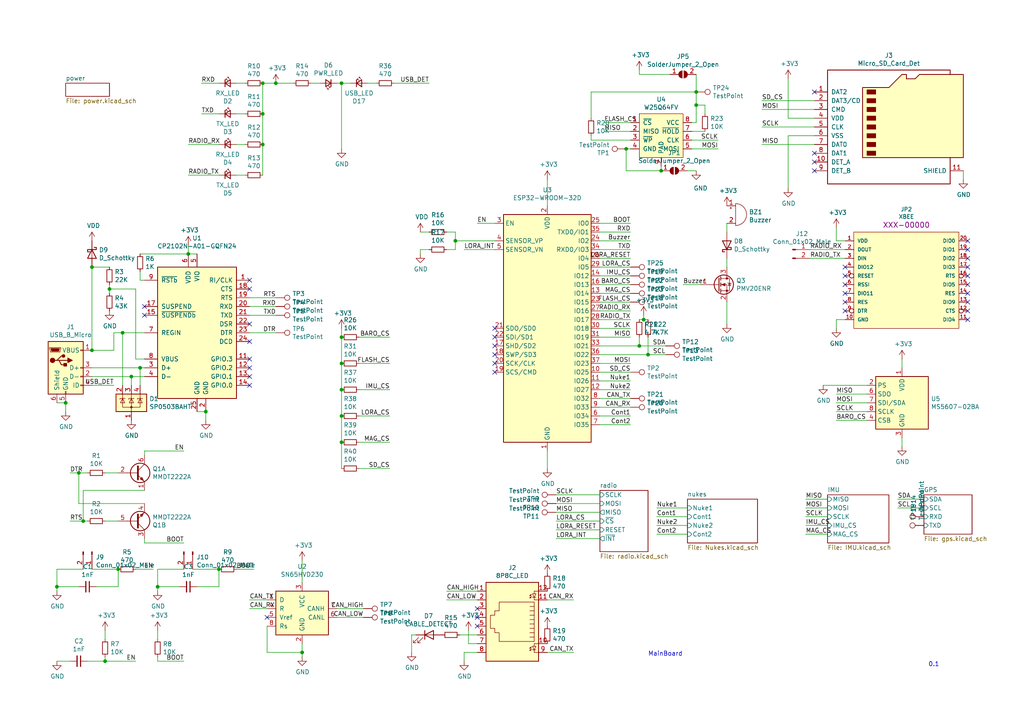
<source format=kicad_sch>
(kicad_sch (version 20211123) (generator eeschema)
  (paper "A4")
  (junction (at 76.2 33.02))
  (junction (at 185.42 100.33))
  (junction (at 201.93 30.48))
  (junction (at 22.86 137.16))
  (junction (at 30.48 191.77))
  (junction (at 191.77 49.53))
  (junction (at 59.69 119.38))
  (junction (at 19.05 116.84))
  (junction (at 99.06 120.65))
  (junction (at 201.93 26.67))
  (junction (at 16.51 170.18))
  (junction (at 181.61 43.18))
  (junction (at 76.2 41.91))
  (junction (at 99.06 105.41))
  (junction (at 99.06 24.13))
  (junction (at 24.13 151.13))
  (junction (at 76.2 24.13))
  (junction (at 45.72 170.18))
  (junction (at 87.63 189.23))
  (junction (at 31.75 83.82))
  (junction (at 35.56 96.52))
  (junction (at 132.08 69.85))
  (junction (at 34.29 165.1))
  (junction (at 99.06 128.27))
  (junction (at 63.5 165.1))
  (junction (at 26.67 101.6))
  (junction (at 26.67 77.47))
  (junction (at 40.64 106.68))
  (junction (at 38.1 109.22))
  (junction (at 99.06 97.79))
  (junction (at 80.01 24.13))
  (junction (at 187.96 102.87))
  (junction (at 99.06 113.03))
  (junction (at 54.61 73.66))
  (junction (at 186.69 92.71))
  (no_connect (at 245.11 87.63))
  (no_connect (at 245.11 82.55))
  (no_connect (at 280.67 80.01))
  (no_connect (at 72.39 109.22))
  (no_connect (at 245.11 90.17))
  (no_connect (at 280.67 69.85))
  (no_connect (at 280.67 72.39))
  (no_connect (at 72.39 104.14))
  (no_connect (at 143.51 107.95))
  (no_connect (at 236.22 49.53))
  (no_connect (at 41.91 91.44))
  (no_connect (at 138.43 181.61))
  (no_connect (at 280.67 92.71))
  (no_connect (at 280.67 82.55))
  (no_connect (at 77.47 179.07))
  (no_connect (at 245.11 80.01))
  (no_connect (at 143.51 100.33))
  (no_connect (at 72.39 93.98))
  (no_connect (at 72.39 81.28))
  (no_connect (at 280.67 74.93))
  (no_connect (at 72.39 111.76))
  (no_connect (at 280.67 90.17))
  (no_connect (at 236.22 44.45))
  (no_connect (at 72.39 99.06))
  (no_connect (at 143.51 105.41))
  (no_connect (at 280.67 85.09))
  (no_connect (at 280.67 87.63))
  (no_connect (at 236.22 46.99))
  (no_connect (at 236.22 26.67))
  (no_connect (at 245.11 77.47))
  (no_connect (at 245.11 85.09))
  (no_connect (at 138.43 179.07))
  (no_connect (at 72.39 83.82))
  (no_connect (at 143.51 95.25))
  (no_connect (at 72.39 106.68))
  (no_connect (at 280.67 77.47))
  (no_connect (at 143.51 102.87))
  (no_connect (at 41.91 88.9))
  (no_connect (at 143.51 97.79))
  (no_connect (at 138.43 176.53))
  (wire (pts (xy 240.03 152.4) (xy 233.68 152.4)))
  (wire (pts (xy 54.61 73.66) (xy 57.15 73.66)))
  (wire (pts (xy 228.6 34.29) (xy 236.22 34.29)))
  (wire (pts (xy 173.99 80.01) (xy 182.88 80.01)))
  (wire (pts (xy 41.91 156.21) (xy 41.91 157.48)))
  (wire (pts (xy 171.45 39.37) (xy 171.45 40.64)))
  (wire (pts (xy 171.45 26.67) (xy 201.93 26.67)))
  (wire (pts (xy 54.61 41.91) (xy 63.5 41.91)))
  (wire (pts (xy 106.68 24.13) (xy 109.22 24.13)))
  (wire (pts (xy 40.64 81.28) (xy 41.91 81.28)))
  (wire (pts (xy 26.67 111.76) (xy 33.02 111.76)))
  (wire (pts (xy 22.86 170.18) (xy 16.51 170.18)))
  (wire (pts (xy 201.93 30.48) (xy 201.93 35.56)))
  (wire (pts (xy 242.57 114.3) (xy 251.46 114.3)))
  (wire (pts (xy 26.67 77.47) (xy 31.75 77.47)))
  (wire (pts (xy 121.92 73.66) (xy 121.92 72.39)))
  (wire (pts (xy 34.29 170.18) (xy 34.29 165.1)))
  (wire (pts (xy 199.39 152.4) (xy 190.5 152.4)))
  (wire (pts (xy 54.61 71.12) (xy 54.61 73.66)))
  (wire (pts (xy 181.61 43.18) (xy 181.61 49.53)))
  (wire (pts (xy 203.2 82.55) (xy 198.12 82.55)))
  (wire (pts (xy 185.42 100.33) (xy 193.04 100.33)))
  (wire (pts (xy 171.45 34.29) (xy 171.45 26.67)))
  (wire (pts (xy 24.13 151.13) (xy 24.13 142.24)))
  (wire (pts (xy 24.13 151.13) (xy 20.32 151.13)))
  (wire (pts (xy 210.82 87.63) (xy 210.82 93.98)))
  (wire (pts (xy 132.08 67.31) (xy 129.54 67.31)))
  (wire (pts (xy 173.99 107.95) (xy 182.88 107.95)))
  (wire (pts (xy 34.29 137.16) (xy 30.48 137.16)))
  (wire (pts (xy 119.38 189.23) (xy 119.38 184.15)))
  (wire (pts (xy 200.66 35.56) (xy 201.93 35.56)))
  (wire (pts (xy 181.61 49.53) (xy 191.77 49.53)))
  (wire (pts (xy 245.11 72.39) (xy 234.95 72.39)))
  (wire (pts (xy 173.99 72.39) (xy 182.88 72.39)))
  (wire (pts (xy 182.88 38.1) (xy 175.26 38.1)))
  (wire (pts (xy 173.99 105.41) (xy 182.88 105.41)))
  (wire (pts (xy 104.14 120.65) (xy 113.03 120.65)))
  (wire (pts (xy 22.86 146.05) (xy 41.91 146.05)))
  (wire (pts (xy 158.75 130.81) (xy 158.75 135.89)))
  (wire (pts (xy 182.88 43.18) (xy 181.61 43.18)))
  (wire (pts (xy 40.64 106.68) (xy 41.91 106.68)))
  (wire (pts (xy 68.58 50.8) (xy 71.12 50.8)))
  (wire (pts (xy 185.42 20.32) (xy 185.42 21.59)))
  (wire (pts (xy 228.6 22.86) (xy 228.6 34.29)))
  (wire (pts (xy 171.45 40.64) (xy 182.88 40.64)))
  (wire (pts (xy 200.66 40.64) (xy 208.28 40.64)))
  (wire (pts (xy 87.63 190.5) (xy 87.63 189.23)))
  (wire (pts (xy 104.14 135.89) (xy 113.03 135.89)))
  (wire (pts (xy 99.06 120.65) (xy 99.06 128.27)))
  (wire (pts (xy 22.86 137.16) (xy 22.86 146.05)))
  (wire (pts (xy 120.65 184.15) (xy 119.38 184.15)))
  (wire (pts (xy 26.67 109.22) (xy 38.1 109.22)))
  (wire (pts (xy 161.29 148.59) (xy 173.99 148.59)))
  (wire (pts (xy 173.99 110.49) (xy 182.88 110.49)))
  (wire (pts (xy 45.72 182.88) (xy 45.72 185.42)))
  (wire (pts (xy 173.99 69.85) (xy 182.88 69.85)))
  (wire (pts (xy 99.06 135.89) (xy 99.06 128.27)))
  (wire (pts (xy 16.51 170.18) (xy 16.51 171.45)))
  (wire (pts (xy 134.62 189.23) (xy 134.62 191.77)))
  (wire (pts (xy 72.39 96.52) (xy 80.01 96.52)))
  (wire (pts (xy 173.99 92.71) (xy 182.88 92.71)))
  (wire (pts (xy 135.89 182.88) (xy 135.89 186.69)))
  (wire (pts (xy 39.37 104.14) (xy 39.37 83.82)))
  (wire (pts (xy 220.98 31.75) (xy 236.22 31.75)))
  (wire (pts (xy 35.56 111.76) (xy 35.56 96.52)))
  (wire (pts (xy 199.39 154.94) (xy 190.5 154.94)))
  (wire (pts (xy 201.93 26.67) (xy 201.93 21.59)))
  (wire (pts (xy 240.03 147.32) (xy 233.68 147.32)))
  (wire (pts (xy 173.99 95.25) (xy 182.88 95.25)))
  (wire (pts (xy 135.89 186.69) (xy 138.43 186.69)))
  (wire (pts (xy 186.69 92.71) (xy 187.96 92.71)))
  (wire (pts (xy 87.63 189.23) (xy 87.63 186.69)))
  (wire (pts (xy 199.39 147.32) (xy 190.5 147.32)))
  (wire (pts (xy 187.96 102.87) (xy 193.04 102.87)))
  (wire (pts (xy 99.06 113.03) (xy 99.06 120.65)))
  (wire (pts (xy 173.99 118.11) (xy 182.88 118.11)))
  (wire (pts (xy 39.37 83.82) (xy 31.75 83.82)))
  (wire (pts (xy 134.62 72.39) (xy 143.51 72.39)))
  (wire (pts (xy 161.29 153.67) (xy 173.99 153.67)))
  (wire (pts (xy 138.43 171.45) (xy 129.54 171.45)))
  (wire (pts (xy 199.39 49.53) (xy 201.93 49.53)))
  (wire (pts (xy 240.03 154.94) (xy 233.68 154.94)))
  (wire (pts (xy 173.99 102.87) (xy 187.96 102.87)))
  (wire (pts (xy 77.47 176.53) (xy 72.39 176.53)))
  (wire (pts (xy 173.99 67.31) (xy 182.88 67.31)))
  (wire (pts (xy 242.57 66.04) (xy 242.57 69.85)))
  (wire (pts (xy 31.75 85.09) (xy 31.75 83.82)))
  (wire (pts (xy 245.11 92.71) (xy 242.57 92.71)))
  (wire (pts (xy 185.42 92.71) (xy 186.69 92.71)))
  (wire (pts (xy 63.5 170.18) (xy 63.5 165.1)))
  (wire (pts (xy 59.69 121.92) (xy 59.69 119.38)))
  (wire (pts (xy 30.48 182.88) (xy 30.48 185.42)))
  (wire (pts (xy 173.99 74.93) (xy 182.88 74.93)))
  (wire (pts (xy 245.11 74.93) (xy 234.95 74.93)))
  (wire (pts (xy 25.4 191.77) (xy 30.48 191.77)))
  (wire (pts (xy 52.07 170.18) (xy 45.72 170.18)))
  (wire (pts (xy 210.82 64.77) (xy 210.82 67.31)))
  (wire (pts (xy 161.29 146.05) (xy 173.99 146.05)))
  (wire (pts (xy 220.98 41.91) (xy 236.22 41.91)))
  (wire (pts (xy 41.91 104.14) (xy 39.37 104.14)))
  (wire (pts (xy 138.43 173.99) (xy 129.54 173.99)))
  (wire (pts (xy 173.99 97.79) (xy 182.88 97.79)))
  (wire (pts (xy 38.1 109.22) (xy 41.91 109.22)))
  (wire (pts (xy 72.39 86.36) (xy 80.01 86.36)))
  (wire (pts (xy 242.57 119.38) (xy 251.46 119.38)))
  (wire (pts (xy 45.72 165.1) (xy 45.72 170.18)))
  (wire (pts (xy 242.57 116.84) (xy 251.46 116.84)))
  (wire (pts (xy 161.29 151.13) (xy 173.99 151.13)))
  (wire (pts (xy 99.06 95.25) (xy 99.06 97.79)))
  (wire (pts (xy 22.86 137.16) (xy 20.32 137.16)))
  (wire (pts (xy 240.03 149.86) (xy 233.68 149.86)))
  (wire (pts (xy 200.66 43.18) (xy 208.28 43.18)))
  (wire (pts (xy 132.08 69.85) (xy 143.51 69.85)))
  (wire (pts (xy 173.99 115.57) (xy 182.88 115.57)))
  (wire (pts (xy 121.92 67.31) (xy 124.46 67.31)))
  (wire (pts (xy 26.67 165.1) (xy 34.29 165.1)))
  (wire (pts (xy 58.42 33.02) (xy 63.5 33.02)))
  (wire (pts (xy 41.91 157.48) (xy 53.34 157.48)))
  (wire (pts (xy 33.02 101.6) (xy 33.02 96.52)))
  (wire (pts (xy 173.99 64.77) (xy 182.88 64.77)))
  (wire (pts (xy 242.57 69.85) (xy 245.11 69.85)))
  (wire (pts (xy 77.47 189.23) (xy 87.63 189.23)))
  (wire (pts (xy 35.56 96.52) (xy 41.91 96.52)))
  (wire (pts (xy 99.06 97.79) (xy 99.06 105.41)))
  (wire (pts (xy 68.58 33.02) (xy 71.12 33.02)))
  (wire (pts (xy 104.14 97.79) (xy 113.03 97.79)))
  (wire (pts (xy 173.99 87.63) (xy 182.88 87.63)))
  (wire (pts (xy 55.88 165.1) (xy 63.5 165.1)))
  (wire (pts (xy 104.14 105.41) (xy 113.03 105.41)))
  (wire (pts (xy 40.64 111.76) (xy 40.64 106.68)))
  (wire (pts (xy 72.39 91.44) (xy 80.01 91.44)))
  (wire (pts (xy 99.06 24.13) (xy 97.79 24.13)))
  (wire (pts (xy 199.39 149.86) (xy 190.5 149.86)))
  (wire (pts (xy 73.66 165.1) (xy 68.58 165.1)))
  (wire (pts (xy 267.97 147.32) (xy 260.35 147.32)))
  (wire (pts (xy 101.6 24.13) (xy 99.06 24.13)))
  (wire (pts (xy 41.91 132.08) (xy 41.91 130.81)))
  (wire (pts (xy 121.92 72.39) (xy 124.46 72.39)))
  (wire (pts (xy 104.14 113.03) (xy 113.03 113.03)))
  (wire (pts (xy 19.05 116.84) (xy 16.51 116.84)))
  (wire (pts (xy 240.03 144.78) (xy 233.68 144.78)))
  (wire (pts (xy 26.67 101.6) (xy 33.02 101.6)))
  (wire (pts (xy 25.4 137.16) (xy 22.86 137.16)))
  (wire (pts (xy 53.34 191.77) (xy 45.72 191.77)))
  (wire (pts (xy 238.76 111.76) (xy 251.46 111.76)))
  (wire (pts (xy 138.43 64.77) (xy 143.51 64.77)))
  (wire (pts (xy 97.79 176.53) (xy 105.41 176.53)))
  (wire (pts (xy 59.69 119.38) (xy 57.15 119.38)))
  (wire (pts (xy 72.39 88.9) (xy 80.01 88.9)))
  (wire (pts (xy 97.79 179.07) (xy 105.41 179.07)))
  (wire (pts (xy 210.82 74.93) (xy 210.82 77.47)))
  (wire (pts (xy 132.08 69.85) (xy 132.08 67.31)))
  (wire (pts (xy 191.77 49.53) (xy 191.77 48.26)))
  (wire (pts (xy 90.17 24.13) (xy 92.71 24.13)))
  (wire (pts (xy 77.47 173.99) (xy 72.39 173.99)))
  (wire (pts (xy 27.94 170.18) (xy 34.29 170.18)))
  (wire (pts (xy 220.98 29.21) (xy 236.22 29.21)))
  (wire (pts (xy 45.72 191.77) (xy 45.72 190.5)))
  (wire (pts (xy 77.47 181.61) (xy 77.47 189.23)))
  (wire (pts (xy 16.51 191.77) (xy 20.32 191.77)))
  (wire (pts (xy 114.3 24.13) (xy 124.46 24.13)))
  (wire (pts (xy 261.62 104.14) (xy 261.62 106.68)))
  (wire (pts (xy 173.99 123.19) (xy 182.88 123.19)))
  (wire (pts (xy 45.72 165.1) (xy 53.34 165.1)))
  (wire (pts (xy 99.06 24.13) (xy 99.06 43.18)))
  (wire (pts (xy 45.72 170.18) (xy 45.72 171.45)))
  (wire (pts (xy 99.06 105.41) (xy 99.06 113.03)))
  (wire (pts (xy 16.51 165.1) (xy 16.51 170.18)))
  (wire (pts (xy 201.93 26.67) (xy 201.93 30.48)))
  (wire (pts (xy 76.2 41.91) (xy 76.2 50.8)))
  (wire (pts (xy 279.4 52.07) (xy 279.4 49.53)))
  (wire (pts (xy 76.2 41.91) (xy 76.2 33.02)))
  (wire (pts (xy 228.6 39.37) (xy 236.22 39.37)))
  (wire (pts (xy 33.02 96.52) (xy 35.56 96.52)))
  (wire (pts (xy 41.91 130.81) (xy 53.34 130.81)))
  (wire (pts (xy 80.01 24.13) (xy 85.09 24.13)))
  (wire (pts (xy 173.99 100.33) (xy 185.42 100.33)))
  (wire (pts (xy 220.98 36.83) (xy 236.22 36.83)))
  (wire (pts (xy 158.75 189.23) (xy 166.37 189.23)))
  (wire (pts (xy 185.42 100.33) (xy 185.42 97.79)))
  (wire (pts (xy 40.64 78.74) (xy 40.64 81.28)))
  (wire (pts (xy 204.47 30.48) (xy 204.47 33.02)))
  (wire (pts (xy 133.35 184.15) (xy 138.43 184.15)))
  (wire (pts (xy 182.88 35.56) (xy 175.26 35.56)))
  (wire (pts (xy 30.48 191.77) (xy 39.37 191.77)))
  (wire (pts (xy 30.48 151.13) (xy 34.29 151.13)))
  (wire (pts (xy 58.42 24.13) (xy 63.5 24.13)))
  (wire (pts (xy 57.15 170.18) (xy 63.5 170.18)))
  (wire (pts (xy 228.6 54.61) (xy 228.6 39.37)))
  (wire (pts (xy 54.61 50.8) (xy 63.5 50.8)))
  (wire (pts (xy 173.99 82.55) (xy 182.88 82.55)))
  (wire (pts (xy 104.14 128.27) (xy 113.03 128.27)))
  (wire (pts (xy 25.4 151.13) (xy 24.13 151.13)))
  (wire (pts (xy 173.99 120.65) (xy 182.88 120.65)))
  (wire (pts (xy 242.57 121.92) (xy 251.46 121.92)))
  (wire (pts (xy 24.13 142.24) (xy 41.91 142.24)))
  (wire (pts (xy 26.67 106.68) (xy 40.64 106.68)))
  (wire (pts (xy 31.75 83.82) (xy 31.75 82.55)))
  (wire (pts (xy 76.2 24.13) (xy 76.2 33.02)))
  (wire (pts (xy 173.99 90.17) (xy 182.88 90.17)))
  (wire (pts (xy 19.05 119.38) (xy 19.05 116.84)))
  (wire (pts (xy 38.1 111.76) (xy 38.1 109.22)))
  (wire (pts (xy 68.58 24.13) (xy 71.12 24.13)))
  (wire (pts (xy 132.08 69.85) (xy 132.08 72.39)))
  (wire (pts (xy 158.75 173.99) (xy 166.37 173.99)))
  (wire (pts (xy 200.66 38.1) (xy 204.47 38.1)))
  (wire (pts (xy 204.47 30.48) (xy 201.93 30.48)))
  (wire (pts (xy 186.69 91.44) (xy 186.69 92.71)))
  (wire (pts (xy 87.63 162.56) (xy 87.63 168.91)))
  (wire (pts (xy 267.97 144.78) (xy 260.35 144.78)))
  (wire (pts (xy 182.88 85.09) (xy 173.99 85.09)))
  (wire (pts (xy 16.51 165.1) (xy 24.13 165.1)))
  (wire (pts (xy 173.99 77.47) (xy 182.88 77.47)))
  (wire (pts (xy 134.62 189.23) (xy 138.43 189.23)))
  (wire (pts (xy 261.62 129.54) (xy 261.62 127)))
  (wire (pts (xy 161.29 156.21) (xy 173.99 156.21)))
  (wire (pts (xy 187.96 102.87) (xy 187.96 97.79)))
  (wire (pts (xy 30.48 191.77) (xy 30.48 190.5)))
  (wire (pts (xy 242.57 92.71) (xy 242.57 95.25)))
  (wire (pts (xy 173.99 113.03) (xy 182.88 113.03)))
  (wire (pts (xy 185.42 21.59) (xy 194.31 21.59)))
  (wire (pts (xy 40.64 73.66) (xy 54.61 73.66)))
  (wire (pts (xy 76.2 24.13) (xy 80.01 24.13)))
  (wire (pts (xy 26.67 101.6) (xy 26.67 77.47)))
  (wire (pts (xy 161.29 143.51) (xy 173.99 143.51)))
  (wire (pts (xy 68.58 41.91) (xy 71.12 41.91)))
  (wire (pts (xy 132.08 72.39) (xy 129.54 72.39)))
  (wire (pts (xy 158.75 52.07) (xy 158.75 59.69)))
  (wire (pts (xy 44.45 165.1) (xy 39.37 165.1)))
  (text "MainBoard\n" (at 187.96 190.5 0) (effects (font (size 1.27 1.27)) (justify left bottom)))
  (text "0.1\n\n" (at 269.24 195.58 0) (effects (font (size 1.27 1.27)) (justify left bottom)))
  (label "MOSI" (at 161.29 146.05 0))
  (label "CAN_RX" (at 182.88 118.11 180))
  (label "Nuke2" (at 182.88 113.03 180))
  (label "MAG_CS" (at 113.03 128.27 180))
  (label "SD_CS" (at 182.88 107.95 180))
  (label "SCLK" (at 182.88 95.25 180))
  (label "EN" (at 39.37 191.77 180))
  (label "MISO" (at 161.29 148.59 0))
  (label "USB_DET" (at 124.46 24.13 180))
  (label "Cont2" (at 182.88 123.19 180))
  (label "Buzzer" (at 198.12 82.55 0))
  (label "MISO" (at 220.98 41.91 0))
  (label "RADIO_TX" (at 182.88 92.71 180))
  (label "MAG_CS" (at 233.68 154.94 0))
  (label "BOOT" (at 53.34 157.48 180))
  (label "LORA_RESET" (at 182.88 74.93 180))
  (label "IMU_CS" (at 182.88 80.01 180))
  (label "SCLK" (at 208.28 40.64 180))
  (label "MISO" (at 233.68 144.78 0))
  (label "RADIO_RX" (at 182.88 90.17 180))
  (label "LORA_CS" (at 182.88 77.47 180))
  (label "BOOT" (at 182.88 64.77 180))
  (label "SD_CS" (at 220.98 29.21 0))
  (label "FLASH_CS" (at 175.26 35.56 0))
  (label "EN" (at 44.45 165.1 180))
  (label "CAN_HIGH" (at 105.41 176.53 180))
  (label "SCL" (at 260.35 147.32 0))
  (label "RADIO_RX" (at 234.95 72.39 0))
  (label "MISO" (at 242.57 114.3 0))
  (label "SCLK" (at 233.68 149.86 0))
  (label "TXD" (at 58.42 33.02 0))
  (label "SDA" (at 260.35 144.78 0))
  (label "RTS" (at 80.01 86.36 180))
  (label "Nuke2" (at 190.5 152.4 0))
  (label "CAN_HIGH" (at 129.54 171.45 0))
  (label "LORA_RESET" (at 161.29 153.67 0))
  (label "MOSI" (at 182.88 105.41 180))
  (label "CAN_RX" (at 166.37 173.99 180))
  (label "FLASH_CS" (at 113.03 105.41 180))
  (label "Cont1" (at 190.5 149.86 0))
  (label "RXD" (at 58.42 24.13 0))
  (label "CAN_RX" (at 72.39 176.53 0))
  (label "BARO_CS" (at 113.03 97.79 180))
  (label "LORA_INT" (at 134.62 72.39 0))
  (label "Nuke1" (at 182.88 110.49 180))
  (label "SCLK" (at 242.57 119.38 0))
  (label "MAG_CS" (at 182.88 85.09 180))
  (label "RXD" (at 182.88 67.31 180))
  (label "CAN_LOW" (at 105.41 179.07 180))
  (label "SD_CS" (at 113.03 135.89 180))
  (label "MOSI" (at 220.98 31.75 0))
  (label "FLASH_CS" (at 182.88 87.63 180))
  (label "RADIO_RX" (at 54.61 41.91 0))
  (label "BARO_CS" (at 182.88 82.55 180))
  (label "SCLK" (at 161.29 143.51 0))
  (label "BOOT" (at 73.66 165.1 180))
  (label "CAN_TX" (at 72.39 173.99 0))
  (label "LORA_CS" (at 161.29 151.13 0))
  (label "SCL" (at 193.04 102.87 180))
  (label "Cont2" (at 190.5 154.94 0))
  (label "EN" (at 138.43 64.77 0))
  (label "CAN_TX" (at 182.88 115.57 180))
  (label "SCLK" (at 220.98 36.83 0))
  (label "LORA_CS" (at 113.03 120.65 180))
  (label "DTR" (at 80.01 96.52 180))
  (label "MISO" (at 182.88 97.79 180))
  (label "MISO" (at 175.26 38.1 0))
  (label "MOSI" (at 208.28 43.18 180))
  (label "IMU_CS" (at 233.68 152.4 0))
  (label "EN" (at 53.34 130.81 180))
  (label "RTS" (at 20.32 151.13 0))
  (label "USB_DET" (at 33.02 111.76 180))
  (label "Buzzer" (at 182.88 69.85 180))
  (label "CAN_TX" (at 166.37 189.23 180))
  (label "RXD" (at 80.01 88.9 180))
  (label "DTR" (at 20.32 137.16 0))
  (label "TXD" (at 182.88 72.39 180))
  (label "Nuke1" (at 190.5 147.32 0))
  (label "RADIO_TX" (at 234.95 74.93 0))
  (label "BARO_CS" (at 242.57 121.92 0))
  (label "BOOT" (at 53.34 191.77 180))
  (label "RADIO_TX" (at 54.61 50.8 0))
  (label "MOSI" (at 233.68 147.32 0))
  (label "SDA" (at 193.04 100.33 180))
  (label "IMU_CS" (at 113.03 113.03 180))
  (label "CAN_LOW" (at 129.54 173.99 0))
  (label "TXD" (at 80.01 91.44 180))
  (label "MOSI" (at 242.57 116.84 0))
  (label "LORA_INT" (at 161.29 156.21 0))
  (label "Cont1" (at 182.88 120.65 180))
  (symbol (lib_id "RF_Module:ESP32-WROOM-32") (at 158.75 95.25 0) (unit 1)
    (property "Reference" "U3" (at 158.75 55.0926 0))
    (property "Value" "ESP32-WROOM-32D" (at 158.75 57.404 0))
    (property "Footprint" "RF_Module:ESP32-WROOM-32" (effects hide))
    (property "Datasheet" "https://www.espressif.com/sites/default/files/documentation/esp32-wroom-32d_esp32-wroom-32u_datasheet_en.pdf" (effects hide))
  )
  (symbol (lib_id "power:+3.3V") (at 158.75 52.07 0) (unit 1)
    (property "Reference" "#PWR020" (effects hide))
    (property "Value" "+3.3V" (at 159.131 47.6758 0))
  )
  (symbol (lib_id "power:GND") (at 158.75 135.89 0) (unit 1)
    (property "Reference" "#PWR021" (effects hide))
    (property "Value" "GND" (at 158.877 140.2842 0))
  )
  (symbol (lib_id "power:+3.3V") (at 30.48 182.88 0) (unit 1)
    (property "Reference" "#PWR06" (effects hide))
    (property "Value" "+3.3V" (at 30.861 178.4858 0))
  )
  (symbol (lib_id "Device:R_Small") (at 30.48 187.96 0) (unit 1)
    (property "Reference" "R7" (at 31.9786 186.7916 0) (effects (justify left)))
    (property "Value" "10K" (at 31.9786 189.103 0) (effects (justify left)))
    (property "Footprint" "Resistor_SMD:R_0603_1608Metric" (effects hide))
  )
  (symbol (lib_id "Device:C_Small") (at 22.86 191.77 270) (unit 1)
    (property "Reference" "C2" (at 22.86 185.9534 90))
    (property "Value" "1nF" (at 22.86 188.2648 90))
    (property "Footprint" "Capacitor_SMD:C_0603_1608Metric" (effects hide))
  )
  (symbol (lib_id "power:GND") (at 16.51 191.77 0) (unit 1)
    (property "Reference" "#PWR03" (effects hide))
    (property "Value" "GND" (at 16.637 196.1642 0))
  )
  (symbol (lib_id "Connector:Micro_SD_Card_Det_Hirose_DM3AT") (at 259.08 36.83 0) (unit 1)
    (property "Reference" "J3" (at 257.81 16.0782 0))
    (property "Value" "Micro_SD_Card_Det" (at 257.81 18.3896 0))
    (property "Footprint" "Connector_Card:microSD_HC_Hirose_DM3AT-SF-PEJM5" (effects hide))
    (property "Datasheet" "https://www.hirose.com/product/en/download_file/key_name/DM3/category/Catalog/doc_file_id/49662/?file_category_id=4&item_id=195&is_series=1" (effects hide))
  )
  (symbol (lib_id "power:+3.3V") (at 228.6 22.86 0) (unit 1)
    (property "Reference" "#PWR030" (effects hide))
    (property "Value" "+3.3V" (at 228.981 18.4658 0))
  )
  (symbol (lib_id "power:GND") (at 228.6 54.61 0) (unit 1)
    (property "Reference" "#PWR031" (effects hide))
    (property "Value" "GND" (at 228.727 59.0042 0))
  )
  (symbol (lib_id "power:GND") (at 279.4 52.07 0) (unit 1)
    (property "Reference" "#PWR036" (effects hide))
    (property "Value" "GND" (at 279.527 56.4642 0))
  )
  (symbol (lib_id "power:+3.3V") (at 45.72 182.88 0) (unit 1)
    (property "Reference" "#PWR09" (effects hide))
    (property "Value" "+3.3V" (at 46.101 178.4858 0))
  )
  (symbol (lib_id "Device:R_Small") (at 45.72 187.96 0) (unit 1)
    (property "Reference" "R8" (at 47.2186 186.7916 0) (effects (justify left)))
    (property "Value" "10K" (at 47.2186 189.103 0) (effects (justify left)))
    (property "Footprint" "Resistor_SMD:R_0603_1608Metric" (effects hide))
  )
  (symbol (lib_id "power:GND") (at 45.72 171.45 0) (unit 1)
    (property "Reference" "#PWR07" (effects hide))
    (property "Value" "GND" (at 45.847 175.8442 0))
  )
  (symbol (lib_id "Device:C_Small") (at 54.61 170.18 270) (unit 1)
    (property "Reference" "C3" (at 54.61 164.3634 90))
    (property "Value" "1nF" (at 54.61 166.6748 90))
    (property "Footprint" "Capacitor_SMD:C_0603_1608Metric" (effects hide))
  )
  (symbol (lib_id "Device:R_Small") (at 66.04 165.1 270) (unit 1)
    (property "Reference" "R9" (at 66.04 160.1216 90))
    (property "Value" "470" (at 66.04 162.433 90))
    (property "Footprint" "Resistor_SMD:R_0603_1608Metric" (effects hide))
  )
  (symbol (lib_id "power:GND") (at 16.51 171.45 0) (unit 1)
    (property "Reference" "#PWR02" (effects hide))
    (property "Value" "GND" (at 16.637 175.8442 0))
  )
  (symbol (lib_id "Device:C_Small") (at 25.4 170.18 270) (unit 1)
    (property "Reference" "C1" (at 25.4 164.3634 90))
    (property "Value" "1nF" (at 25.4 166.6748 90))
    (property "Footprint" "Capacitor_SMD:C_0603_1608Metric" (effects hide))
  )
  (symbol (lib_id "Device:R_Small") (at 36.83 165.1 270) (unit 1)
    (property "Reference" "R5" (at 36.83 160.1216 90))
    (property "Value" "470" (at 36.83 162.433 90))
    (property "Footprint" "Resistor_SMD:R_0603_1608Metric" (effects hide))
  )
  (symbol (lib_id "Interface_USB:CP2102N-A01-GQFN24") (at 57.15 96.52 0) (unit 1)
    (property "Reference" "U1" (at 57.15 69.0626 0))
    (property "Value" "CP2102N-A01-GQFN24" (at 57.15 71.374 0))
    (property "Footprint" "Package_DFN_QFN:QFN-24-1EP_4x4mm_P0.5mm_EP2.6x2.6mm_ThermalVias" (effects hide))
    (property "Datasheet" "https://www.silabs.com/documents/public/data-sheets/cp2102n-datasheet.pdf" (effects hide))
  )
  (symbol (lib_id "power:GND") (at 19.05 119.38 0) (unit 1)
    (property "Reference" "#PWR01" (effects hide))
    (property "Value" "GND" (at 19.177 123.7742 0))
  )
  (symbol (lib_id "Device:R_Small") (at 31.75 80.01 0) (unit 1)
    (property "Reference" "R3" (at 33.2486 78.8416 0) (effects (justify left)))
    (property "Value" "22K" (at 33.2486 81.153 0) (effects (justify left)))
    (property "Footprint" "Resistor_SMD:R_0603_1608Metric" (effects hide))
  )
  (symbol (lib_id "Device:R_Small") (at 31.75 87.63 0) (unit 1)
    (property "Reference" "R4" (at 33.2486 86.4616 0) (effects (justify left)))
    (property "Value" "43K" (at 33.2486 88.773 0) (effects (justify left)))
    (property "Footprint" "Resistor_SMD:R_0603_1608Metric" (effects hide))
  )
  (symbol (lib_id "power:GND") (at 31.75 90.17 0) (unit 1)
    (property "Reference" "#PWR04" (effects hide))
    (property "Value" "GND" (at 31.877 94.5642 0))
  )
  (symbol (lib_id "power:+3.3V") (at 54.61 71.12 0) (unit 1)
    (property "Reference" "#PWR08" (effects hide))
    (property "Value" "+3.3V" (at 54.991 66.7258 0))
  )
  (symbol (lib_id "Sensor_Pressure:MS5607-02BA") (at 261.62 116.84 0) (unit 1)
    (property "Reference" "U5" (at 270.002 115.6716 0) (effects (justify left)))
    (property "Value" "MS5607-02BA" (at 270.002 117.983 0) (effects (justify left)))
    (property "Footprint" "Package_LGA:LGA-8_3x5mm_P1.25mm" (effects hide))
    (property "Datasheet" "https://www.te.com/commerce/DocumentDelivery/DDEController?Action=showdoc&DocId=Data+Sheet%7FMS5607-02BA03%7FB2%7Fpdf%7FEnglish%7FENG_DS_MS5607-02BA03_B2.pdf%7FCAT-BLPS0035" (effects hide))
  )
  (symbol (lib_id "power:+3.3V") (at 261.62 104.14 0) (unit 1)
    (property "Reference" "#PWR034" (effects hide))
    (property "Value" "+3.3V" (at 262.001 99.7458 0))
  )
  (symbol (lib_id "power:GND") (at 261.62 129.54 0) (unit 1)
    (property "Reference" "#PWR035" (effects hide))
    (property "Value" "GND" (at 261.747 133.9342 0))
  )
  (symbol (lib_id "Device:LED_Small") (at 66.04 33.02 0) (unit 1)
    (property "Reference" "D3" (at 66.04 38.227 0))
    (property "Value" "TX_LED" (at 66.04 35.9156 0))
    (property "Footprint" "LED_SMD:LED_0603_1608Metric_Castellated" (effects hide))
  )
  (symbol (lib_id "Device:LED_Small") (at 66.04 24.13 0) (unit 1)
    (property "Reference" "D2" (at 66.04 29.337 0))
    (property "Value" "RX_LED" (at 66.04 27.0256 0))
    (property "Footprint" "LED_SMD:LED_0603_1608Metric_Castellated" (effects hide))
  )
  (symbol (lib_id "power:GND") (at 59.69 121.92 0) (unit 1)
    (property "Reference" "#PWR010" (effects hide))
    (property "Value" "GND" (at 59.817 126.3142 0))
  )
  (symbol (lib_id "Device:R_Small") (at 187.96 95.25 0) (unit 1)
    (property "Reference" "R22" (at 189.4586 94.0816 0) (effects (justify left)))
    (property "Value" "4.7K" (at 189.4586 96.393 0) (effects (justify left)))
    (property "Footprint" "Resistor_SMD:R_0603_1608Metric" (effects hide))
  )
  (symbol (lib_id "Device:R_Small") (at 185.42 95.25 0) (unit 1)
    (property "Reference" "R21" (at 186.9186 94.0816 0) (effects (justify left)))
    (property "Value" "4.7K" (at 186.9186 96.393 0) (effects (justify left)))
    (property "Footprint" "Resistor_SMD:R_0603_1608Metric" (effects hide))
  )
  (symbol (lib_id "power:+3.3V") (at 186.69 91.44 0) (unit 1)
    (property "Reference" "#PWR025" (effects hide))
    (property "Value" "+3.3V" (at 187.071 87.0458 0))
  )
  (symbol (lib_id "Device:R_Small") (at 73.66 24.13 270) (unit 1)
    (property "Reference" "R10" (at 73.66 19.1516 90))
    (property "Value" "470" (at 73.66 21.463 90))
    (property "Footprint" "Resistor_SMD:R_0603_1608Metric" (effects hide))
  )
  (symbol (lib_id "Device:R_Small") (at 73.66 33.02 270) (unit 1)
    (property "Reference" "R11" (at 73.66 28.0416 90))
    (property "Value" "470" (at 73.66 30.353 90))
    (property "Footprint" "Resistor_SMD:R_0603_1608Metric" (effects hide))
  )
  (symbol (lib_id "power:GND") (at 99.06 43.18 0) (unit 1)
    (property "Reference" "#PWR012" (effects hide))
    (property "Value" "GND" (at 99.187 47.5742 0))
  )
  (symbol (lib_id "power:GND") (at 242.57 95.25 0) (unit 1)
    (property "Reference" "#PWR033" (effects hide))
    (property "Value" "GND" (at 242.697 99.6442 0))
  )
  (symbol (lib_id "power:+3.3V") (at 242.57 66.04 0) (unit 1)
    (property "Reference" "#PWR032" (effects hide))
    (property "Value" "+3.3V" (at 242.951 61.6458 0))
  )
  (symbol (lib_id "Connector:8P8C_LED") (at 148.59 179.07 180) (unit 1)
    (property "Reference" "J2" (at 148.59 164.6682 0))
    (property "Value" "8P8C_LED" (at 148.59 166.9796 0))
    (property "Footprint" "Connector_RJ:RJ45_Amphenol_RJHSE538X" (effects hide))
  )
  (symbol (lib_id "power:GND") (at 134.62 191.77 0) (unit 1)
    (property "Reference" "#PWR018" (effects hide))
    (property "Value" "GND" (at 134.747 196.1642 0))
  )
  (symbol (lib_id "Device:R_Small") (at 27.94 137.16 270) (unit 1)
    (property "Reference" "R1" (at 27.94 132.1816 90))
    (property "Value" "10K" (at 27.94 134.493 90))
    (property "Footprint" "Resistor_SMD:R_0603_1608Metric" (effects hide))
  )
  (symbol (lib_id "Device:R_Small") (at 27.94 151.13 270) (unit 1)
    (property "Reference" "R2" (at 27.94 146.1516 90))
    (property "Value" "10K" (at 27.94 148.463 90))
    (property "Footprint" "Resistor_SMD:R_0603_1608Metric" (effects hide))
  )
  (symbol (lib_id "power:+3.3V") (at 135.89 182.88 0) (unit 1)
    (property "Reference" "#PWR019" (effects hide))
    (property "Value" "+3.3V" (at 136.271 178.4858 0))
  )
  (symbol (lib_id "Device:R_Small") (at 40.64 76.2 0) (unit 1)
    (property "Reference" "R6" (at 42.1386 75.0316 0) (effects (justify left)))
    (property "Value" "1K" (at 42.1386 77.343 0) (effects (justify left)))
    (property "Footprint" "Resistor_SMD:R_0603_1608Metric" (effects hide))
  )
  (symbol (lib_id "Interface_CAN_LIN:SN65HVD230") (at 87.63 176.53 0) (unit 1)
    (property "Reference" "U2" (at 87.63 164.3126 0))
    (property "Value" "SN65HVD230" (at 87.63 166.624 0))
    (property "Footprint" "Package_SO:SOIC-8_3.9x4.9mm_P1.27mm" (effects hide))
    (property "Datasheet" "http://www.ti.com/lit/ds/symlink/sn65hvd230.pdf" (effects hide))
  )
  (symbol (lib_id "Mainboard-rescue:XBEE-iclr") (at 262.89 80.01 0) (unit 1)
    (property "Reference" "JP2" (at 262.89 60.706 0) (effects (font (size 1.143 1.143))))
    (property "Value" "XBEE" (at 262.89 62.8396 0) (effects (font (size 1.143 1.143))))
    (property "Footprint" "iclr-hw:XBEE" (effects hide))
    (property "Field4" "XXX-00000" (at 262.89 65.2526 0) (effects (font (size 1.524 1.524))))
  )
  (symbol (lib_id "power:GND") (at 201.93 49.53 0) (unit 1)
    (property "Reference" "#PWR026" (effects hide))
    (property "Value" "GND" (at 203.2 54.61 0))
  )
  (symbol (lib_id "power:+3.3V") (at 87.63 162.56 0) (unit 1)
    (property "Reference" "#PWR013" (effects hide))
    (property "Value" "+3.3V" (at 88.011 158.1658 0))
  )
  (symbol (lib_id "Power_Protection:SP0503BAHT") (at 38.1 116.84 0) (unit 1)
    (property "Reference" "D1" (at 43.307 115.6716 0) (effects (justify left)))
    (property "Value" "SP0503BAHT" (at 43.307 117.983 0) (effects (justify left)))
    (property "Footprint" "Package_TO_SOT_SMD:SOT-143" (effects hide))
    (property "Datasheet" "http://www.littelfuse.com/~/media/files/littelfuse/technical%20resources/documents/data%20sheets/sp05xxba.pdf" (effects hide))
  )
  (symbol (lib_id "Device:Buzzer") (at 213.36 62.23 0) (unit 1)
    (property "Reference" "BZ1" (at 217.2208 61.4934 0) (effects (justify left)))
    (property "Value" "Buzzer" (at 217.2208 63.8048 0) (effects (justify left)))
    (property "Footprint" "Buzzer_Beeper:Buzzer_TDK_PS1240P02BT_D12.2mm_H6.5mm" (effects hide))
  )
  (symbol (lib_id "power:GND") (at 87.63 190.5 0) (unit 1)
    (property "Reference" "#PWR014" (effects hide))
    (property "Value" "GND" (at 87.757 194.8942 0))
  )
  (symbol (lib_id "power:GND") (at 38.1 121.92 0) (unit 1)
    (property "Reference" "#PWR05" (effects hide))
    (property "Value" "GND" (at 38.227 126.3142 0))
  )
  (symbol (lib_id "Device:R_Small") (at 127 67.31 90) (unit 1)
    (property "Reference" "R16" (at 127 62.3316 90))
    (property "Value" "10K" (at 127 64.643 90))
    (property "Footprint" "Resistor_SMD:R_0603_1608Metric" (effects hide))
  )
  (symbol (lib_id "Device:R_Small") (at 127 72.39 90) (unit 1)
    (property "Reference" "R17" (at 127 67.4116 90))
    (property "Value" "10K" (at 127 69.723 90))
    (property "Footprint" "Resistor_SMD:R_0603_1608Metric" (effects hide))
  )
  (symbol (lib_id "power:+3.3V") (at 80.01 24.13 0) (unit 1)
    (property "Reference" "#PWR011" (effects hide))
    (property "Value" "+3.3V" (at 80.391 19.7358 0))
  )
  (symbol (lib_id "Device:LED_Small") (at 95.25 24.13 180) (unit 1)
    (property "Reference" "D6" (at 95.25 18.923 0))
    (property "Value" "PWR_LED" (at 95.25 21.2344 0))
    (property "Footprint" "LED_SMD:LED_0603_1608Metric_Castellated" (effects hide))
  )
  (symbol (lib_id "Device:R_Small") (at 87.63 24.13 270) (unit 1)
    (property "Reference" "R14" (at 87.63 19.1516 90))
    (property "Value" "470" (at 87.63 21.463 90))
    (property "Footprint" "Resistor_SMD:R_0603_1608Metric" (effects hide))
  )
  (symbol (lib_id "power:GND") (at 121.92 73.66 0) (unit 1)
    (property "Reference" "#PWR017" (effects hide))
    (property "Value" "GND" (at 122.047 78.0542 0))
  )
  (symbol (lib_id "power:VDD") (at 121.92 67.31 0) (unit 1)
    (property "Reference" "#PWR016" (effects hide))
    (property "Value" "VDD" (at 122.3518 62.9158 0))
  )
  (symbol (lib_id "Device:R_Small") (at 130.81 184.15 270) (unit 1)
    (property "Reference" "R15" (at 130.81 179.1716 90))
    (property "Value" "470" (at 130.81 181.483 90))
    (property "Footprint" "Resistor_SMD:R_0603_1608Metric" (effects hide))
  )
  (symbol (lib_id "Device:LED") (at 124.46 184.15 0) (unit 1)
    (property "Reference" "D7" (at 124.2822 178.6636 0))
    (property "Value" "CABLE_DETECT" (at 124.2822 180.975 0))
    (property "Footprint" "LED_SMD:LED_0603_1608Metric_Castellated" (effects hide))
  )
  (symbol (lib_id "Device:R_Small") (at 158.75 184.15 0) (unit 1)
    (property "Reference" "R19" (at 160.2486 182.9816 0) (effects (justify left)))
    (property "Value" "470" (at 160.2486 185.293 0) (effects (justify left)))
    (property "Footprint" "Resistor_SMD:R_0603_1608Metric" (effects hide))
  )
  (symbol (lib_id "Device:R_Small") (at 158.75 168.91 0) (unit 1)
    (property "Reference" "R18" (at 160.2486 167.7416 0) (effects (justify left)))
    (property "Value" "470" (at 160.2486 170.053 0) (effects (justify left)))
    (property "Footprint" "Resistor_SMD:R_0603_1608Metric" (effects hide))
  )
  (symbol (lib_id "power:+3.3V") (at 158.75 166.37 0) (unit 1)
    (property "Reference" "#PWR022" (effects hide))
    (property "Value" "+3.3V" (at 159.131 161.9758 0))
  )
  (symbol (lib_id "power:+3.3V") (at 158.75 181.61 0) (unit 1)
    (property "Reference" "#PWR023" (effects hide))
    (property "Value" "+3.3V" (at 159.131 177.2158 0))
  )
  (symbol (lib_id "power:GND") (at 119.38 189.23 0) (unit 1)
    (property "Reference" "#PWR015" (effects hide))
    (property "Value" "GND" (at 119.507 193.6242 0))
  )
  (symbol (lib_id "Device:Q_NMOS_GSD") (at 208.28 82.55 0)
    (property "Reference" "Q3" (at 213.5124 81.3816 0) (effects (justify left)))
    (property "Value" "PMV20ENR" (at 213.5124 83.693 0) (effects (justify left)))
    (property "Footprint" "Package_TO_SOT_SMD:SOT-23" (effects hide))
  )
  (symbol (lib_id "power:GND") (at 210.82 93.98 0)
    (property "Reference" "#PWR029" (effects hide))
    (property "Value" "GND" (at 210.947 98.3742 0))
  )
  (symbol (lib_id "Device:D_Schottky") (at 210.82 71.12 90)
    (property "Reference" "D8" (at 212.8266 69.9516 90) (effects (justify right)))
    (property "Value" "D_Schottky" (at 212.8266 72.263 90) (effects (justify right)))
    (property "Footprint" "Diode_SMD:D_SOD-123F" (effects hide))
    (property "Datasheet" "http://www.smc-diodes.com/propdf/DSS12U%20THRU%20DSS125U%20N1873%20REV.A.pdf" (effects hide))
  )
  (symbol (lib_id "power:+3.3V") (at 210.82 59.69 0) (unit 1)
    (property "Reference" "#PWR028" (effects hide))
    (property "Value" "+3.3V" (at 211.201 55.2958 0))
  )
  (symbol (lib_id "Connector:TestPoint") (at 182.88 87.63 270) (unit 1)
    (property "Reference" "TP18" (at 187.6552 86.4616 90) (effects (justify left)))
    (property "Value" "TestPoint" (at 187.6552 88.773 90) (effects (justify left)))
    (property "Footprint" "TestPoint:TestPoint_THTPad_1.0x1.0mm_Drill0.5mm" (effects hide))
  )
  (symbol (lib_id "Connector:TestPoint") (at 182.88 80.01 270) (unit 1)
    (property "Reference" "TP19" (at 187.6552 78.8416 90) (effects (justify left)))
    (property "Value" "TestPoint" (at 187.6552 81.153 90) (effects (justify left)))
    (property "Footprint" "TestPoint:TestPoint_THTPad_1.0x1.0mm_Drill0.5mm" (effects hide))
  )
  (symbol (lib_id "Device:LED_Small") (at 66.04 50.8 0) (unit 1)
    (property "Reference" "D5" (at 66.04 56.007 0))
    (property "Value" "TX_LED" (at 66.04 53.6956 0))
    (property "Footprint" "LED_SMD:LED_0603_1608Metric_Castellated" (effects hide))
  )
  (symbol (lib_id "Device:LED_Small") (at 66.04 41.91 0) (unit 1)
    (property "Reference" "D4" (at 66.04 47.117 0))
    (property "Value" "RX_LED" (at 66.04 44.8056 0))
    (property "Footprint" "LED_SMD:LED_0603_1608Metric_Castellated" (effects hide))
  )
  (symbol (lib_id "Device:R_Small") (at 73.66 41.91 270) (unit 1)
    (property "Reference" "R12" (at 73.66 36.9316 90))
    (property "Value" "470" (at 73.66 39.243 90))
    (property "Footprint" "Resistor_SMD:R_0603_1608Metric" (effects hide))
  )
  (symbol (lib_id "Device:R_Small") (at 73.66 50.8 270) (unit 1)
    (property "Reference" "R13" (at 73.66 45.8216 90))
    (property "Value" "470" (at 73.66 48.133 90))
    (property "Footprint" "Resistor_SMD:R_0603_1608Metric" (effects hide))
  )
  (symbol (lib_id "Connector:TestPoint") (at 182.88 85.09 270) (unit 1)
    (property "Reference" "TP23" (at 187.6552 83.9216 90) (effects (justify left)))
    (property "Value" "TestPoint" (at 187.6552 86.233 90) (effects (justify left)))
    (property "Footprint" "TestPoint:TestPoint_THTPad_1.0x1.0mm_Drill0.5mm" (effects hide))
  )
  (symbol (lib_id "Connector:TestPoint") (at 182.88 82.55 270) (unit 1)
    (property "Reference" "TP22" (at 187.6552 81.3816 90) (effects (justify left)))
    (property "Value" "TestPoint" (at 187.6552 83.693 90) (effects (justify left)))
    (property "Footprint" "TestPoint:TestPoint_THTPad_1.0x1.0mm_Drill0.5mm" (effects hide))
  )
  (symbol (lib_id "Connector:TestPoint") (at 182.88 118.11 270) (unit 1)
    (property "Reference" "TP20" (at 187.6552 116.9416 90) (effects (justify left)))
    (property "Value" "TestPoint" (at 187.6552 119.253 90) (effects (justify left)))
    (property "Footprint" "TestPoint:TestPoint_THTPad_1.0x1.0mm_Drill0.5mm" (effects hide))
  )
  (symbol (lib_id "Connector:TestPoint") (at 182.88 115.57 270) (unit 1)
    (property "Reference" "TP21" (at 187.6552 114.4016 90) (effects (justify left)))
    (property "Value" "TestPoint" (at 187.6552 116.713 90) (effects (justify left)))
    (property "Footprint" "TestPoint:TestPoint_THTPad_1.0x1.0mm_Drill0.5mm" (effects hide))
  )
  (symbol (lib_id "Connector:TestPoint") (at 182.88 107.95 270) (unit 1)
    (property "Reference" "TP2" (at 187.6552 106.7816 90) (effects (justify left)))
    (property "Value" "TestPoint" (at 187.6552 109.093 90) (effects (justify left)))
    (property "Footprint" "TestPoint:TestPoint_THTPad_1.0x1.0mm_Drill0.5mm" (effects hide))
  )
  (symbol (lib_id "Connector:USB_B_Micro") (at 19.05 106.68 0) (unit 1)
    (property "Reference" "J1" (at 20.4978 94.8182 0))
    (property "Value" "USB_B_Micro" (at 20.4978 97.1296 0))
    (property "Footprint" "Connector_USB:USB_Micro-B_Amphenol_10103594-0001LF_Horizontal" (effects hide))
  )
  (symbol (lib_id "Connector:TestPoint") (at 181.61 43.18 90) (unit 1)
    (property "Reference" "TP1" (at 176.8348 44.3484 90) (effects (justify left)))
    (property "Value" "TestPoint" (at 176.8348 42.037 90) (effects (justify left)))
    (property "Footprint" "TestPoint:TestPoint_THTPad_1.0x1.0mm_Drill0.5mm" (effects hide))
  )
  (symbol (lib_id "Device:LED_Small") (at 104.14 24.13 0) (unit 1)
    (property "Reference" "D17" (at 104.14 29.337 0))
    (property "Value" "USB_LED" (at 104.14 27.0256 0))
    (property "Footprint" "LED_SMD:LED_0603_1608Metric_Castellated" (effects hide))
  )
  (symbol (lib_id "Device:R_Small") (at 111.76 24.13 270) (unit 1)
    (property "Reference" "R36" (at 111.76 19.1516 90))
    (property "Value" "470" (at 111.76 21.463 90))
    (property "Footprint" "Resistor_SMD:R_0603_1608Metric" (effects hide))
  )
  (symbol (lib_id "Connector:Conn_01x02_Male") (at 26.67 160.02 270) (unit 1)
    (property "Reference" "J9" (at 27.7876 161.5948 90) (effects (justify left)))
    (property "Value" "Conn_01x02_Male" (at 27.7876 163.9062 90) (effects (justify left)))
    (property "Footprint" "Connector_PinHeader_2.54mm:PinHeader_1x02_P2.54mm_Vertical" (effects hide))
  )
  (symbol (lib_id "Connector:Conn_01x02_Male") (at 55.88 160.02 270) (unit 1)
    (property "Reference" "J10" (at 56.9976 161.5948 90) (effects (justify left)))
    (property "Value" "Conn_01x02_Male" (at 56.9976 163.9062 90) (effects (justify left)))
    (property "Footprint" "Connector_PinHeader_2.54mm:PinHeader_1x02_P2.54mm_Vertical" (effects hide))
  )
  (symbol (lib_id "Device:R_Small") (at 204.47 35.56 0) (unit 1)
    (property "Reference" "R23" (at 205.9686 34.3916 0) (effects (justify left)))
    (property "Value" "10K" (at 205.9686 36.703 0) (effects (justify left)))
    (property "Footprint" "Resistor_SMD:R_0603_1608Metric" (effects hide))
  )
  (symbol (lib_id "Mainboard-rescue:W25Q64FV-iclr") (at 191.77 39.37 0) (unit 1)
    (property "Reference" "U4" (at 191.77 28.829 0))
    (property "Value" "W25Q64FV" (at 191.77 31.1404 0))
    (property "Footprint" "Package_SO:SOIC-8_3.9x4.9mm_P1.27mm" (effects hide))
  )
  (symbol (lib_id "Connector:TestPoint") (at 80.01 86.36 270) (unit 1)
    (property "Reference" "TP3" (at 84.7852 85.1916 90) (effects (justify left)))
    (property "Value" "TestPoint" (at 84.7852 87.503 90) (effects (justify left)))
    (property "Footprint" "TestPoint:TestPoint_THTPad_1.0x1.0mm_Drill0.5mm" (effects hide))
  )
  (symbol (lib_id "Connector:TestPoint") (at 80.01 88.9 270) (unit 1)
    (property "Reference" "TP4" (at 84.7852 87.7316 90) (effects (justify left)))
    (property "Value" "TestPoint" (at 84.7852 90.043 90) (effects (justify left)))
    (property "Footprint" "TestPoint:TestPoint_THTPad_1.0x1.0mm_Drill0.5mm" (effects hide))
  )
  (symbol (lib_id "Connector:TestPoint") (at 80.01 91.44 270) (unit 1)
    (property "Reference" "TP5" (at 84.7852 90.2716 90) (effects (justify left)))
    (property "Value" "TestPoint" (at 84.7852 92.583 90) (effects (justify left)))
    (property "Footprint" "TestPoint:TestPoint_THTPad_1.0x1.0mm_Drill0.5mm" (effects hide))
  )
  (symbol (lib_id "Device:R_Small") (at 171.45 36.83 0) (unit 1)
    (property "Reference" "R20" (at 172.9486 35.6616 0) (effects (justify left)))
    (property "Value" "10K" (at 172.9486 37.973 0) (effects (justify left)))
    (property "Footprint" "Resistor_SMD:R_0603_1608Metric" (effects hide))
  )
  (symbol (lib_id "Connector:TestPoint") (at 80.01 96.52 270) (unit 1)
    (property "Reference" "TP6" (at 84.7852 95.3516 90) (effects (justify left)))
    (property "Value" "TestPoint" (at 84.7852 97.663 90) (effects (justify left)))
    (property "Footprint" "TestPoint:TestPoint_THTPad_1.0x1.0mm_Drill0.5mm" (effects hide))
  )
  (symbol (lib_id "Connector:TestPoint") (at 267.97 149.86 90) (unit 1)
    (property "Reference" "TP14" (at 264.9728 148.3868 0) (effects (justify left)))
    (property "Value" "TestPoint" (at 267.2842 148.3868 0) (effects (justify left)))
    (property "Footprint" "TestPoint:TestPoint_THTPad_1.0x1.0mm_Drill0.5mm" (effects hide))
  )
  (symbol (lib_id "Connector:TestPoint") (at 267.97 152.4 90) (unit 1)
    (property "Reference" "TP15" (at 264.9728 150.9268 0) (effects (justify left)))
    (property "Value" "TestPoint" (at 267.2842 150.9268 0) (effects (justify left)))
    (property "Footprint" "TestPoint:TestPoint_THTPad_1.0x1.0mm_Drill0.5mm" (effects hide))
  )
  (symbol (lib_id "Jumper:SolderJumper_2_Open") (at 198.12 21.59 0) (unit 1)
    (property "Reference" "JP5" (at 198.12 16.383 0))
    (property "Value" "SolderJumper_2_Open" (at 198.12 18.6944 0))
    (property "Footprint" "Jumper:SolderJumper-2_P1.3mm_Open_TrianglePad1.0x1.5mm" (effects hide))
  )
  (symbol (lib_id "Connector:TestPoint") (at 105.41 176.53 270) (unit 1)
    (property "Reference" "TP7" (at 110.1852 175.3616 90) (effects (justify left)))
    (property "Value" "TestPoint" (at 110.1852 177.673 90) (effects (justify left)))
    (property "Footprint" "TestPoint:TestPoint_THTPad_1.0x1.0mm_Drill0.5mm" (effects hide))
  )
  (symbol (lib_id "Connector:TestPoint") (at 105.41 179.07 270) (unit 1)
    (property "Reference" "TP8" (at 110.1852 177.9016 90) (effects (justify left)))
    (property "Value" "TestPoint" (at 110.1852 180.213 90) (effects (justify left)))
    (property "Footprint" "TestPoint:TestPoint_THTPad_1.0x1.0mm_Drill0.5mm" (effects hide))
  )
  (symbol (lib_id "Mainboard-rescue:+3.3V-Mainboard-cache") (at 185.42 20.32 0) (unit 1)
    (property "Reference" "#PWR024" (effects hide))
    (property "Value" "+3.3V" (at 185.801 15.9258 0))
  )
  (symbol (lib_id "Jumper:SolderJumper_2_Open") (at 195.58 49.53 0) (unit 1)
    (property "Reference" "JP1" (at 195.58 44.323 0))
    (property "Value" "SolderJumper_2_Open" (at 195.58 46.6344 0))
    (property "Footprint" "Jumper:SolderJumper-2_P1.3mm_Open_TrianglePad1.0x1.5mm" (effects hide))
  )
  (symbol (lib_id "power:+3.3V") (at 99.06 95.25 0) (unit 1)
    (property "Reference" "#PWR0108" (effects hide))
    (property "Value" "+3.3V" (at 99.441 90.8558 0))
  )
  (symbol (lib_id "Device:R_Small") (at 101.6 97.79 270) (unit 1)
    (property "Reference" "R26" (at 101.6 92.8116 90))
    (property "Value" "10K" (at 101.6 95.123 90))
    (property "Footprint" "Resistor_SMD:R_0603_1608Metric" (effects hide))
  )
  (symbol (lib_id "Connector:TestPoint") (at 201.93 26.67 270) (unit 1)
    (property "Reference" "TP24" (at 206.7052 25.5016 90) (effects (justify left)))
    (property "Value" "TestPoint" (at 206.7052 27.813 90) (effects (justify left)))
    (property "Footprint" "TestPoint:TestPoint_THTPad_1.0x1.0mm_Drill0.5mm" (effects hide))
  )
  (symbol (lib_id "Device:R_Small") (at 101.6 105.41 270) (unit 1)
    (property "Reference" "R31" (at 101.6 100.4316 90))
    (property "Value" "10K" (at 101.6 102.743 90))
    (property "Footprint" "Resistor_SMD:R_0603_1608Metric" (effects hide))
  )
  (symbol (lib_id "Device:R_Small") (at 101.6 113.03 270) (unit 1)
    (property "Reference" "R37" (at 101.6 108.0516 90))
    (property "Value" "10K" (at 101.6 110.363 90))
    (property "Footprint" "Resistor_SMD:R_0603_1608Metric" (effects hide))
  )
  (symbol (lib_id "Device:R_Small") (at 101.6 120.65 270) (unit 1)
    (property "Reference" "R38" (at 101.6 115.6716 90))
    (property "Value" "10K" (at 101.6 117.983 90))
    (property "Footprint" "Resistor_SMD:R_0603_1608Metric" (effects hide))
  )
  (symbol (lib_id "Device:R_Small") (at 101.6 128.27 270) (unit 1)
    (property "Reference" "R39" (at 101.6 123.2916 90))
    (property "Value" "10K" (at 101.6 125.603 90))
    (property "Footprint" "Resistor_SMD:R_0603_1608Metric" (effects hide))
  )
  (symbol (lib_id "Connector:TestPoint") (at 193.04 100.33 270) (unit 1)
    (property "Reference" "TP12" (at 197.8152 99.1616 90) (effects (justify left)))
    (property "Value" "TestPoint" (at 197.8152 101.473 90) (effects (justify left)))
    (property "Footprint" "TestPoint:TestPoint_THTPad_1.0x1.0mm_Drill0.5mm" (effects hide))
  )
  (symbol (lib_id "Device:R_Small") (at 101.6 135.89 270) (unit 1)
    (property "Reference" "R40" (at 101.6 130.9116 90))
    (property "Value" "10K" (at 101.6 133.223 90))
    (property "Footprint" "Resistor_SMD:R_0603_1608Metric" (effects hide))
  )
  (symbol (lib_id "Connector:TestPoint") (at 193.04 102.87 270) (unit 1)
    (property "Reference" "TP13" (at 197.8152 101.7016 90) (effects (justify left)))
    (property "Value" "TestPoint" (at 197.8152 104.013 90) (effects (justify left)))
    (property "Footprint" "TestPoint:TestPoint_THTPad_1.0x1.0mm_Drill0.5mm" (effects hide))
  )
  (symbol (lib_id "Connector:TestPoint") (at 182.88 77.47 270) (unit 1)
    (property "Reference" "TP25" (at 187.6552 76.3016 90) (effects (justify left)))
    (property "Value" "TestPoint" (at 187.6552 78.613 90) (effects (justify left)))
    (property "Footprint" "TestPoint:TestPoint_THTPad_1.0x1.0mm_Drill0.5mm" (effects hide))
  )
  (symbol (lib_id "Connector:TestPoint") (at 161.29 143.51 90) (unit 1)
    (property "Reference" "TP9" (at 156.5148 144.6784 90) (effects (justify left)))
    (property "Value" "TestPoint" (at 156.5148 142.367 90) (effects (justify left)))
    (property "Footprint" "TestPoint:TestPoint_THTPad_1.0x1.0mm_Drill0.5mm" (effects hide))
  )
  (symbol (lib_id "Connector:TestPoint") (at 161.29 146.05 90) (unit 1)
    (property "Reference" "TP10" (at 156.5148 147.2184 90) (effects (justify left)))
    (property "Value" "TestPoint" (at 156.5148 144.907 90) (effects (justify left)))
    (property "Footprint" "TestPoint:TestPoint_THTPad_1.0x1.0mm_Drill0.5mm" (effects hide))
  )
  (symbol (lib_id "Connector:TestPoint") (at 161.29 148.59 90) (unit 1)
    (property "Reference" "TP11" (at 156.5148 149.7584 90) (effects (justify left)))
    (property "Value" "TestPoint" (at 156.5148 147.447 90) (effects (justify left)))
    (property "Footprint" "TestPoint:TestPoint_THTPad_1.0x1.0mm_Drill0.5mm" (effects hide))
  )
  (symbol (lib_id "Connector:Conn_01x02_Male") (at 229.87 72.39 0) (unit 1)
    (property "Reference" "J12" (at 232.6132 67.7926 0))
    (property "Value" "Conn_01x02_Male" (at 232.6132 70.104 0))
    (property "Footprint" "Connector_PinHeader_2.54mm:PinHeader_1x02_P2.54mm_Vertical" (effects hide))
  )
  (symbol (lib_id "power:GND") (at 238.76 111.76 0) (unit 1)
    (property "Reference" "#PWR0105" (effects hide))
    (property "Value" "GND" (at 238.887 116.1542 0))
  )
  (symbol (lib_id "Transistor_BJT:MMDT2222A") (at 39.37 137.16 0) (unit 1)
    (property "Reference" "Q1" (at 44.196 135.9916 0) (effects (justify left)))
    (property "Value" "MMDT2222A" (at 44.196 138.303 0) (effects (justify left)))
    (property "Footprint" "Package_TO_SOT_SMD:SOT-363_SC-70-6" (effects hide))
    (property "Datasheet" "http://www.diodes.com/_files/datasheets/ds30125.pdf" (effects hide))
  )
  (symbol (lib_id "Transistor_BJT:MMDT2222A") (at 39.37 151.13 0) (mirror x) (unit 2)
    (property "Reference" "Q1" (at 44.196 152.2984 0) (effects (justify left)))
    (property "Value" "MMDT2222A" (at 44.196 149.987 0) (effects (justify left)))
    (property "Footprint" "Package_TO_SOT_SMD:SOT-363_SC-70-6" (effects hide))
    (property "Datasheet" "http://www.diodes.com/_files/datasheets/ds30125.pdf" (effects hide))
  )
  (symbol (lib_id "Device:D_Schottky") (at 26.67 73.66 270) (unit 1)
    (property "Reference" "D9" (at 28.6766 72.4916 90) (effects (justify left)))
    (property "Value" "D_Schottky" (at 28.6766 74.803 90) (effects (justify left)))
    (property "Footprint" "Diode_SMD:D_SOD-123F" (effects hide))
  )
  (symbol (lib_id "power:VDD") (at 26.67 69.85 0) (unit 1)
    (property "Reference" "#PWR053" (effects hide))
    (property "Value" "VDD" (at 27.1018 65.4558 0))
  )
  (sheet (at 19.05 24.13) (size 12.7 3.81)
    (property "Sheet name" "power" (at 19.05 23.4184 0) (effects (justify left bottom)))
    (property "Sheet file" "power.kicad_sch" (at 19.05 28.5246 0) (effects (justify left top)))
  )
  (sheet (at 240.03 143.51) (size 17.78 13.97)
    (property "Sheet name" "IMU" (at 240.03 142.7984 0) (effects (justify left bottom)))
    (property "Sheet file" "IMU.kicad_sch" (at 240.03 158.0646 0) (effects (justify left top)))
    (pin "MISO" input (at 240.03 144.78 180))
    (pin "MOSI" input (at 240.03 147.32 180))
    (pin "SCLK" input (at 240.03 149.86 180))
    (pin "IMU_CS" input (at 240.03 152.4 180))
    (pin "MAG_CS" input (at 240.03 154.94 180))
  )
  (sheet (at 267.97 143.51) (size 13.97 11.43)
    (property "Sheet name" "GPS" (at 267.97 142.7984 0) (effects (justify left bottom)))
    (property "Sheet file" "gps.kicad_sch" (at 267.97 155.5246 0) (effects (justify left top)))
    (pin "SDA" input (at 267.97 144.78 180))
    (pin "SCL" input (at 267.97 147.32 180))
    (pin "RXD" input (at 267.97 149.86 180))
    (pin "TXD" input (at 267.97 152.4 180))
  )
  (sheet (at 199.39 144.78) (size 20.32 12.7)
    (property "Sheet name" "nukes" (at 199.39 144.0684 0) (effects (justify left bottom)))
    (property "Sheet file" "Nukes.kicad_sch" (at 199.39 158.0646 0) (effects (justify left top)))
    (pin "Nuke1" input (at 199.39 147.32 180))
    (pin "Cont1" input (at 199.39 149.86 180))
    (pin "Nuke2" input (at 199.39 152.4 180))
    (pin "Cont2" input (at 199.39 154.94 180))
  )
  (sheet (at 173.99 142.24) (size 13.97 17.78)
    (property "Sheet name" "radio" (at 173.99 141.5284 0) (effects (justify left bottom)))
    (property "Sheet file" "radio.kicad_sch" (at 173.99 160.6046 0) (effects (justify left top)))
    (pin "SCLK" input (at 173.99 143.51 180))
    (pin "MOSI" input (at 173.99 146.05 180))
    (pin "MISO" output (at 173.99 148.59 180))
    (pin "~{CS}" input (at 173.99 151.13 180))
    (pin "RESET" input (at 173.99 153.67 180))
    (pin "~{INT}" output (at 173.99 156.21 180))
  )
)
</source>
